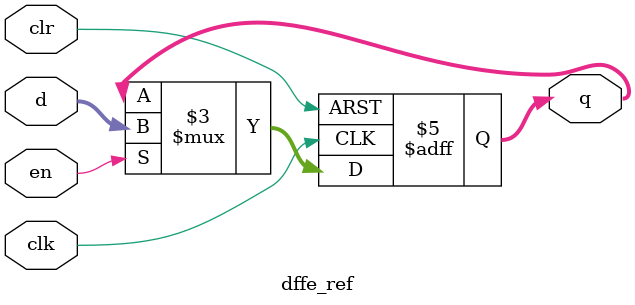
<source format=v>
module dffe_ref(q, d, clk, en, clr);
   
   //Inputs
   input [31:0] d;
	input clk, en, clr;
   
   //Internal wire
   wire clr;

   //Output
   output [31:0] q;
   
   //Register
   reg [31:0] q;

   //Intialize q to 0
   initial
   begin
       q = 32'b0;
   end

   //Set value of q on positive edge of the clock or clear
   always @(posedge clk or posedge clr) begin
       //If clear is high, set q to 0
       if (clr) begin
           q <= 32'b0;
       //If enable is high, set q to the value of d
       end else if (en) begin
           q <= d;
       end
   end
endmodule

</source>
